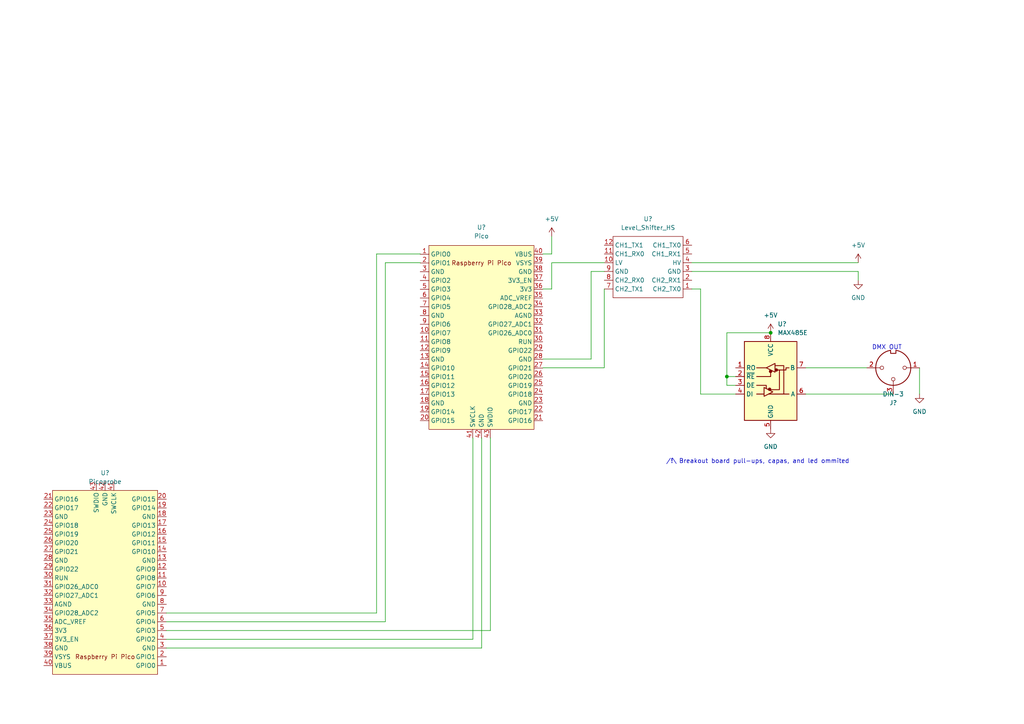
<source format=kicad_sch>
(kicad_sch (version 20230121) (generator eeschema)
  (paper "A4")
  (lib_symbols
    (symbol "Connector:DIN-3" (pin_names (offset 1.016))
      (property "Reference" "J?" (at -0.0001 10.16 0))
      (property "Value" "DIN-3" (at -0.0001 7.62 0))
      (symbol "DIN-3_0_1"
        (arc (start -5.08 0) (mid -3.8609 -3.3364) (end -0.762 -5.08) (stroke (width 0.254)))
        (circle (center -3.302 0) (radius 0.508))
        (polyline (pts (xy -3.81 0) (xy -5.08 0)))
        (polyline (pts (xy 0 3.81) (xy 0 5.08)))
        (polyline (pts (xy 5.08 0) (xy 3.81 0)))
        (polyline (pts (xy -0.762 -4.953) (xy -0.762 -4.191) (xy 0.762 -4.191) (xy 0.762 -4.953)) (stroke (width 0.254)))
        (circle (center 0 3.302) (radius 0.508))
        (arc (start 0.762 -5.08) (mid 3.8685 -3.343) (end 5.08 0) (stroke (width 0.254)))
        (circle (center 3.302 0) (radius 0.508))
        (arc (start 5.08 0) (mid 0 5.0579) (end -5.08 0) (stroke (width 0.254)))
      )
      (symbol "DIN-3_1_1"
        (pin passive line (at -7.62 0 0) (length 2.54) (name "~") (number "1"))
        (pin passive line (at 7.62 0 180) (length 2.54) (name "~") (number "2"))
        (pin passive line (at 0 7.62 270) (length 2.54) (name "~") (number "3"))
      )
    )
    (symbol "Interface_UART:MAX485E"
      (property "Reference" "U" (at -6.096 11.43 0))
      (property "Value" "MAX485E" (at 0.762 11.43 0))
      (symbol "MAX485E_0_1"
        (rectangle (start -7.62 10.16) (end 7.62 -12.7) (stroke (width 0.254)) (fill (type background)))
        (circle (center -0.3048 -3.683) (radius 0.3556) (stroke (width 0.254)) (fill (type outline)))
        (circle (center -0.0254 1.4986) (radius 0.3556) (stroke (width 0.254)) (fill (type outline)))
        (polyline (pts (xy -4.064 -5.08) (xy -1.905 -5.08)) (stroke (width 0.254)))
        (polyline (pts (xy -4.064 2.54) (xy -1.27 2.54)) (stroke (width 0.254)))
        (polyline (pts (xy -1.27 -3.2004) (xy -1.27 -3.4544)) (stroke (width 0.254)))
        (polyline (pts (xy -0.635 -5.08) (xy 5.334 -5.08)) (stroke (width 0.254)))
        (polyline (pts (xy -4.064 -2.54) (xy -1.27 -2.54) (xy -1.27 -3.175)) (stroke (width 0.254)))
        (polyline (pts (xy 0 1.27) (xy 0 0) (xy -4.064 0)) (stroke (width 0.254)))
        (polyline (pts (xy 1.27 3.175) (xy 3.81 3.175) (xy 3.81 -5.08)) (stroke (width 0.254)))
        (polyline (pts (xy 2.54 1.905) (xy 2.54 -3.81) (xy 0 -3.81)) (stroke (width 0.254)))
        (polyline (pts (xy -1.905 -3.175) (xy -1.905 -5.715) (xy 0.635 -4.445) (xy -1.905 -3.175)) (stroke (width 0.254)))
        (polyline (pts (xy -1.27 2.54) (xy 1.27 3.81) (xy 1.27 1.27) (xy -1.27 2.54)) (stroke (width 0.254)))
        (polyline (pts (xy 1.905 1.905) (xy 4.445 1.905) (xy 4.445 2.54) (xy 5.334 2.54)) (stroke (width 0.254)))
        (rectangle (start 1.27 3.175) (end 1.27 3.175))
        (circle (center 1.651 1.905) (radius 0.3556) (stroke (width 0.254)) (fill (type outline)))
      )
      (symbol "MAX485E_1_1"
        (pin output line (at -10.16 2.54 0) (length 2.54) (name "RO") (number "1"))
        (pin input line (at -10.16 0 0) (length 2.54) (name "~{RE}") (number "2"))
        (pin input line (at -10.16 -2.54 0) (length 2.54) (name "DE") (number "3"))
        (pin input line (at -10.16 -5.08 0) (length 2.54) (name "DI") (number "4"))
        (pin power_in line (at 0 -15.24 90) (length 2.54) (name "GND") (number "5"))
        (pin bidirectional line (at 10.16 -5.08 180) (length 2.54) (name "A") (number "6"))
        (pin bidirectional line (at 10.16 2.54 180) (length 2.54) (name "B") (number "7"))
        (pin power_in line (at 0 12.7 270) (length 2.54) (name "VCC") (number "8"))
      )
    )
    (symbol "perso:Level_Shifter_HS"
      (property "Reference" "U" (at 2.54 10.16 0))
      (property "Value" "Level_Shifter_HS" (at 0 0 90))
      (symbol "Level_Shifter_HS_0_0"
        (pin output line (at -12.7 6.35 0) (length 2.54) (name "CH2_TX0") (number "1"))
        (pin power_in line (at 12.7 -1.27 180) (length 2.54) (name "LV") (number "10"))
        (pin output line (at 12.7 -3.81 180) (length 2.54) (name "CH1_RX0") (number "11"))
        (pin input line (at 12.7 -6.35 180) (length 2.54) (name "CH1_TX1") (number "12"))
        (pin input line (at -12.7 3.81 0) (length 2.54) (name "CH2_RX1") (number "2"))
        (pin passive line (at -12.7 1.27 0) (length 2.54) (name "GND") (number "3"))
        (pin power_out line (at -12.7 -1.27 0) (length 2.54) (name "HV") (number "4"))
        (pin input line (at -12.7 -3.81 0) (length 2.54) (name "CH1_RX1") (number "5"))
        (pin output line (at -12.7 -6.35 0) (length 2.54) (name "CH1_TX0") (number "6"))
        (pin input line (at 12.7 6.35 180) (length 2.54) (name "CH2_TX1") (number "7"))
        (pin output line (at 12.7 3.81 180) (length 2.54) (name "CH2_RX0") (number "8"))
        (pin passive line (at 12.7 1.27 180) (length 2.54) (name "GND") (number "9"))
      )
      (symbol "Level_Shifter_HS_0_1"
        (rectangle (start -10.16 8.89) (end 10.16 -8.89))
      )
    )
    (symbol "perso:Pico"
      (property "Reference" "U" (at -13.97 27.94 0))
      (property "Value" "Pico" (at 0 19.05 0))
      (symbol "Pico_0_0"
        (text "Raspberry Pi Pico" (at 0 21.59 0) (effects (font (size 1.27 1.27))))
      )
      (symbol "Pico_0_1"
        (rectangle (start -15.24 26.67) (end 15.24 -26.67) (fill (type background)))
      )
      (symbol "Pico_1_1"
        (pin bidirectional line (at -17.78 24.13 0) (length 2.54) (name "GPIO0") (number "1"))
        (pin bidirectional line (at -17.78 1.27 0) (length 2.54) (name "GPIO7") (number "10"))
        (pin bidirectional line (at -17.78 -1.27 0) (length 2.54) (name "GPIO8") (number "11"))
        (pin bidirectional line (at -17.78 -3.81 0) (length 2.54) (name "GPIO9") (number "12"))
        (pin power_in line (at -17.78 -6.35 0) (length 2.54) (name "GND") (number "13"))
        (pin bidirectional line (at -17.78 -8.89 0) (length 2.54) (name "GPIO10") (number "14"))
        (pin bidirectional line (at -17.78 -11.43 0) (length 2.54) (name "GPIO11") (number "15"))
        (pin bidirectional line (at -17.78 -13.97 0) (length 2.54) (name "GPIO12") (number "16"))
        (pin bidirectional line (at -17.78 -16.51 0) (length 2.54) (name "GPIO13") (number "17"))
        (pin power_in line (at -17.78 -19.05 0) (length 2.54) (name "GND") (number "18"))
        (pin bidirectional line (at -17.78 -21.59 0) (length 2.54) (name "GPIO14") (number "19"))
        (pin bidirectional line (at -17.78 21.59 0) (length 2.54) (name "GPIO1") (number "2"))
        (pin bidirectional line (at -17.78 -24.13 0) (length 2.54) (name "GPIO15") (number "20"))
        (pin bidirectional line (at 17.78 -24.13 180) (length 2.54) (name "GPIO16") (number "21"))
        (pin bidirectional line (at 17.78 -21.59 180) (length 2.54) (name "GPIO17") (number "22"))
        (pin power_in line (at 17.78 -19.05 180) (length 2.54) (name "GND") (number "23"))
        (pin bidirectional line (at 17.78 -16.51 180) (length 2.54) (name "GPIO18") (number "24"))
        (pin bidirectional line (at 17.78 -13.97 180) (length 2.54) (name "GPIO19") (number "25"))
        (pin bidirectional line (at 17.78 -11.43 180) (length 2.54) (name "GPIO20") (number "26"))
        (pin bidirectional line (at 17.78 -8.89 180) (length 2.54) (name "GPIO21") (number "27"))
        (pin power_in line (at 17.78 -6.35 180) (length 2.54) (name "GND") (number "28"))
        (pin bidirectional line (at 17.78 -3.81 180) (length 2.54) (name "GPIO22") (number "29"))
        (pin power_in line (at -17.78 19.05 0) (length 2.54) (name "GND") (number "3"))
        (pin input line (at 17.78 -1.27 180) (length 2.54) (name "RUN") (number "30"))
        (pin bidirectional line (at 17.78 1.27 180) (length 2.54) (name "GPIO26_ADC0") (number "31"))
        (pin bidirectional line (at 17.78 3.81 180) (length 2.54) (name "GPIO27_ADC1") (number "32"))
        (pin power_in line (at 17.78 6.35 180) (length 2.54) (name "AGND") (number "33"))
        (pin bidirectional line (at 17.78 8.89 180) (length 2.54) (name "GPIO28_ADC2") (number "34"))
        (pin power_in line (at 17.78 11.43 180) (length 2.54) (name "ADC_VREF") (number "35"))
        (pin power_out line (at 17.78 13.97 180) (length 2.54) (name "3V3") (number "36"))
        (pin input line (at 17.78 16.51 180) (length 2.54) (name "3V3_EN") (number "37"))
        (pin bidirectional line (at 17.78 19.05 180) (length 2.54) (name "GND") (number "38"))
        (pin power_in line (at 17.78 21.59 180) (length 2.54) (name "VSYS") (number "39"))
        (pin bidirectional line (at -17.78 16.51 0) (length 2.54) (name "GPIO2") (number "4"))
        (pin power_in line (at 17.78 24.13 180) (length 2.54) (name "VBUS") (number "40"))
        (pin input line (at -2.54 -29.21 90) (length 2.54) (name "SWCLK") (number "41"))
        (pin power_in line (at 0 -29.21 90) (length 2.54) (name "GND") (number "42"))
        (pin bidirectional line (at 2.54 -29.21 90) (length 2.54) (name "SWDIO") (number "43"))
        (pin bidirectional line (at -17.78 13.97 0) (length 2.54) (name "GPIO3") (number "5"))
        (pin bidirectional line (at -17.78 11.43 0) (length 2.54) (name "GPIO4") (number "6"))
        (pin bidirectional line (at -17.78 8.89 0) (length 2.54) (name "GPIO5") (number "7"))
        (pin power_in line (at -17.78 6.35 0) (length 2.54) (name "GND") (number "8"))
        (pin bidirectional line (at -17.78 3.81 0) (length 2.54) (name "GPIO6") (number "9"))
      )
    )
    (symbol "power:+5V" (power) (pin_names (offset 0))
      (property "Value" "+5V" (at 0 3.556 0))
      (symbol "+5V_0_1"
        (polyline (pts (xy -0.762 1.27) (xy 0 2.54)))
        (polyline (pts (xy 0 0) (xy 0 2.54)))
        (polyline (pts (xy 0 2.54) (xy 0.762 1.27)))
      )
      (symbol "+5V_1_1"
        (pin power_in line (at 0 0 90) (length 0) hide (name "+5V") (number "1"))
      )
    )
    (symbol "power:GND" (power) (pin_names (offset 0))
      (property "Value" "GND" (at 0 -3.81 0))
      (symbol "GND_0_1"
        (polyline (pts (xy 0 0) (xy 0 -1.27) (xy 1.27 -1.27) (xy 0 -2.54) (xy -1.27 -1.27) (xy 0 -1.27)))
      )
      (symbol "GND_1_1"
        (pin power_in line (at 0 0 270) (length 0) hide (name "GND") (number "1"))
      )
    )
  )
  (junction (at 223.52 96.52))
  (junction (at 210.82 109.22))
  (wire (pts (xy 157.48 73.66) (xy 160.02 73.66)))
  (wire (pts (xy 233.68 114.3) (xy 259.08 114.3)))
  (wire (pts (xy 175.26 76.2) (xy 160.02 76.2)))
  (wire (pts (xy 233.68 106.68) (xy 251.46 106.68)))
  (wire (pts (xy 210.82 109.22) (xy 210.82 111.76)))
  (wire (pts (xy 200.66 76.2) (xy 248.92 76.2)))
  (wire (pts (xy 210.82 111.76) (xy 213.36 111.76)))
  (wire (pts (xy 203.2 114.3) (xy 213.36 114.3)))
  (wire (pts (xy 48.26 185.42) (xy 137.16 185.42)))
  (wire (pts (xy 137.16 127) (xy 137.16 185.42)))
  (wire (pts (xy 171.45 104.14) (xy 171.45 78.74)))
  (wire (pts (xy 210.82 109.22) (xy 210.82 96.52)))
  (wire (pts (xy 109.22 73.66) (xy 121.92 73.66)))
  (wire (pts (xy 111.76 180.34) (xy 111.76 76.2)))
  (wire (pts (xy 175.26 83.82) (xy 175.26 106.68)))
  (wire (pts (xy 248.92 78.74) (xy 248.92 81.28)))
  (wire (pts (xy 157.48 106.68) (xy 175.26 106.68)))
  (wire (pts (xy 200.66 83.82) (xy 203.2 83.82)))
  (wire (pts (xy 111.76 76.2) (xy 121.92 76.2)))
  (wire (pts (xy 48.26 182.88) (xy 142.24 182.88)))
  (wire (pts (xy 48.26 177.8) (xy 109.22 177.8)))
  (wire (pts (xy 160.02 76.2) (xy 160.02 83.82)))
  (wire (pts (xy 139.7 127) (xy 139.7 187.96)))
  (wire (pts (xy 142.24 127) (xy 142.24 182.88)))
  (wire (pts (xy 157.48 104.14) (xy 171.45 104.14)))
  (wire (pts (xy 48.26 180.34) (xy 111.76 180.34)))
  (wire (pts (xy 157.48 83.82) (xy 160.02 83.82)))
  (wire (pts (xy 213.36 109.22) (xy 210.82 109.22)))
  (wire (pts (xy 203.2 83.82) (xy 203.2 114.3)))
  (wire (pts (xy 109.22 177.8) (xy 109.22 73.66)))
  (wire (pts (xy 48.26 187.96) (xy 139.7 187.96)))
  (wire (pts (xy 266.7 106.68) (xy 266.7 114.3)))
  (wire (pts (xy 200.66 78.74) (xy 248.92 78.74)))
  (wire (pts (xy 210.82 96.52) (xy 223.52 96.52)))
  (wire (pts (xy 160.02 68.58) (xy 160.02 73.66)))
  (wire (pts (xy 171.45 78.74) (xy 175.26 78.74)))
  (text "DMX OUT\n" (at 261.62 101.6 0) (effects (font (size 1.27 1.27)) (justify right bottom)))
  (text "/!\\ Breakout board pull-ups, capas, and led ommited" (at 246.38 134.62 0) (effects (font (size 1.27 1.27)) (justify right bottom)))
  (symbol (lib_id "perso:Pico") (at 139.6492 97.8662 0) (unit 1)
    (property "Reference" "U?" (at 139.6492 65.9384 0))
    (property "Value" "Pico" (at 139.6492 68.4784 0))
    (property "Footprint" "RPi_Pico:RPi_Pico_SMD_TH" (effects hide))
  )
  (symbol (lib_id "Connector:DIN-3") (at 259.08 106.68 180) (unit 1)
    (property "Reference" "J?" (at 259.0801 116.84 0))
    (property "Value" "DIN-3" (at 259.0801 114.3 0))
    (property "Datasheet" "http://www.mouser.com/ds/2/18/40_c091_abd_e-75918.pdf" (effects hide))
  )
  (symbol (lib_id "power:+5V") (at 223.52 96.52 0) (unit 1)
    (property "Reference" "#PWR?" (effects hide))
    (property "Value" "+5V" (at 223.52 91.44 0))
  )
  (symbol (lib_id "Interface_UART:MAX485E") (at 223.52 109.22 0) (unit 1)
    (property "Reference" "U?" (at 225.5394 93.98 0) (effects (justify left)))
    (property "Value" "MAX485E" (at 225.5394 96.52 0) (effects (justify left)))
    (property "Datasheet" "https://datasheets.maximintegrated.com/en/ds/MAX1487E-MAX491E.pdf" (effects hide))
  )
  (symbol (lib_id "power:GND") (at 266.7 114.3 0) (unit 1)
    (property "Reference" "#PWR01" (effects hide))
    (property "Value" "GND" (at 266.7 119.38 0))
  )
  (symbol (lib_id "perso:Level_Shifter_HS") (at 187.96 77.47 180) (unit 1)
    (property "Reference" "U?" (at 187.96 63.5 0))
    (property "Value" "Level_Shifter_HS" (at 187.96 66.04 0))
  )
  (symbol (lib_id "power:GND") (at 248.92 81.28 0) (unit 1)
    (property "Reference" "#PWR?" (effects hide))
    (property "Value" "GND" (at 248.92 86.36 0))
  )
  (symbol (lib_id "power:GND") (at 223.52 124.46 0) (unit 1)
    (property "Reference" "#PWR?" (effects hide))
    (property "Value" "GND" (at 223.52 129.54 0))
  )
  (symbol (lib_id "perso:Pico") (at 30.48 168.91 180) (unit 1)
    (property "Reference" "U?" (at 30.48 137.16 0))
    (property "Value" "Picoprobe" (at 30.48 139.7 0))
    (property "Footprint" "RPi_Pico:RPi_Pico_SMD_TH" (effects hide))
  )
  (symbol (lib_id "power:+5V") (at 160.02 68.58 0) (unit 1)
    (property "Reference" "#PWR?" (effects hide))
    (property "Value" "+5V" (at 160.02 63.5 0))
  )
  (symbol (lib_id "power:+5V") (at 248.92 76.2 0) (unit 1)
    (property "Reference" "#PWR?" (effects hide))
    (property "Value" "+5V" (at 248.92 71.12 0))
  )
)
</source>
